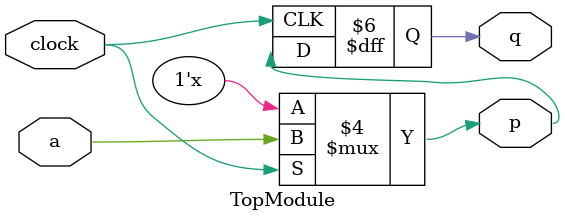
<source format=sv>

module TopModule (
  input clock,
  input a,
  output reg p,
  output reg q
);

  // p follows a when clock is high (level-sensitive)
  always @(*) begin
    if (clock) 
      p = a;
    else 
      p = p;  // hold value when clock is low
  end

  // q captures p's value on falling edge of clock
  always @(negedge clock) begin
    q <= p;
  end

endmodule

</source>
